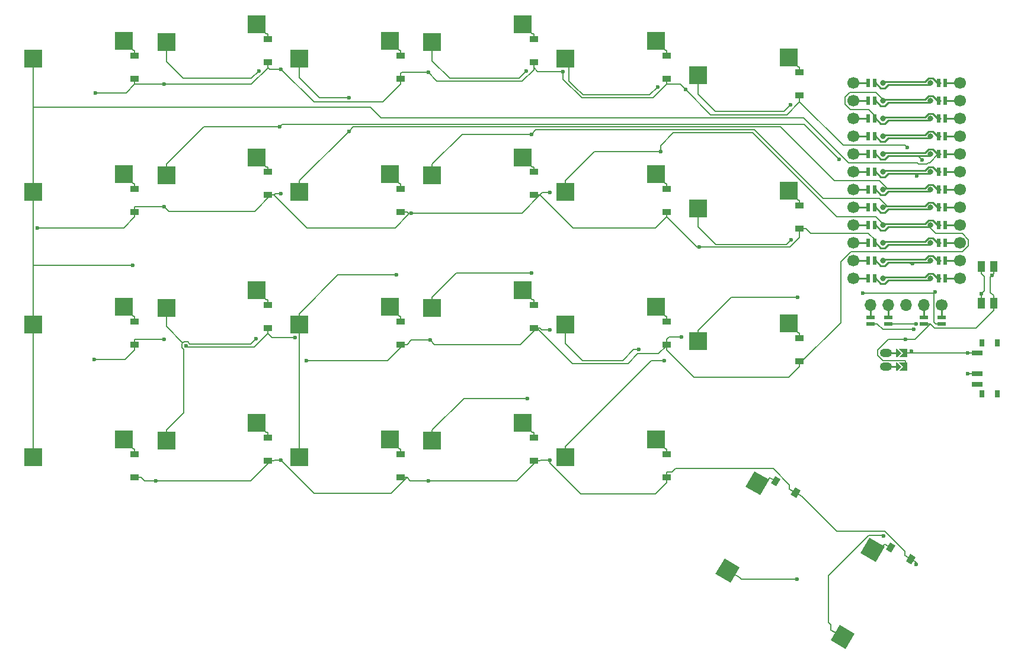
<source format=gbl>
G04 #@! TF.GenerationSoftware,KiCad,Pcbnew,8.0.8+1*
G04 #@! TF.CreationDate,2025-06-17T15:50:15+00:00*
G04 #@! TF.ProjectId,eggada50_wireless_autorouted,65676761-6461-4353-905f-776972656c65,0.2*
G04 #@! TF.SameCoordinates,Original*
G04 #@! TF.FileFunction,Copper,L2,Bot*
G04 #@! TF.FilePolarity,Positive*
%FSLAX46Y46*%
G04 Gerber Fmt 4.6, Leading zero omitted, Abs format (unit mm)*
G04 Created by KiCad (PCBNEW 8.0.8+1) date 2025-06-17 15:50:15*
%MOMM*%
%LPD*%
G01*
G04 APERTURE LIST*
G04 #@! TA.AperFunction,ComponentPad*
%ADD10O,1.700000X1.700000*%
G04 #@! TD*
G04 #@! TA.AperFunction,ComponentPad*
%ADD11C,1.700000*%
G04 #@! TD*
G04 #@! TA.AperFunction,SMDPad,CuDef*
%ADD12R,1.200000X0.600000*%
G04 #@! TD*
G04 #@! TA.AperFunction,SMDPad,CuDef*
%ADD13R,0.800000X1.000000*%
G04 #@! TD*
G04 #@! TA.AperFunction,SMDPad,CuDef*
%ADD14R,1.500000X0.700000*%
G04 #@! TD*
G04 #@! TA.AperFunction,SMDPad,CuDef*
%ADD15R,0.600000X1.200000*%
G04 #@! TD*
G04 #@! TA.AperFunction,ComponentPad*
%ADD16C,0.800000*%
G04 #@! TD*
G04 #@! TA.AperFunction,ComponentPad*
%ADD17O,1.750000X1.200000*%
G04 #@! TD*
G04 #@! TA.AperFunction,SMDPad,CuDef*
%ADD18R,1.000000X1.550000*%
G04 #@! TD*
G04 #@! TA.AperFunction,SMDPad,CuDef*
%ADD19R,1.200000X0.900000*%
G04 #@! TD*
G04 #@! TA.AperFunction,SMDPad,CuDef*
%ADD20R,2.550000X2.500000*%
G04 #@! TD*
G04 #@! TA.AperFunction,ViaPad*
%ADD21C,0.600000*%
G04 #@! TD*
G04 #@! TA.AperFunction,Conductor*
%ADD22C,0.250000*%
G04 #@! TD*
G04 #@! TA.AperFunction,Conductor*
%ADD23C,0.200000*%
G04 #@! TD*
G04 APERTURE END LIST*
D10*
X212567000Y-75700000D03*
X215107000Y-75700000D03*
X217647000Y-75700000D03*
X220187000Y-75700000D03*
D11*
X222727000Y-75700000D03*
D12*
X222727000Y-78350000D03*
X220187000Y-78350000D03*
X215107000Y-78350000D03*
X212567000Y-78350000D03*
X222727000Y-77450000D03*
X220187000Y-77450000D03*
X215107000Y-77450000D03*
X212567000Y-77450000D03*
D13*
X228415000Y-81100000D03*
X228415000Y-88400000D03*
X230625000Y-81100000D03*
X230625000Y-88400000D03*
D14*
X227765000Y-82500000D03*
X227765000Y-85500000D03*
X227765000Y-87000000D03*
D15*
X223184000Y-43920000D03*
D11*
X225324000Y-43920000D03*
D15*
X223184000Y-46460000D03*
D11*
X225324000Y-46460000D03*
D15*
X223184000Y-49000000D03*
D11*
X225324000Y-49000000D03*
D15*
X223184000Y-51540000D03*
D11*
X225324000Y-51540000D03*
D15*
X223184000Y-54080000D03*
D11*
X225324000Y-54080000D03*
D15*
X223184000Y-56620000D03*
D11*
X225324000Y-56620000D03*
D15*
X223184000Y-59160000D03*
D11*
X225324000Y-59160000D03*
D15*
X223184000Y-61700000D03*
D11*
X225324000Y-61700000D03*
D15*
X223184000Y-64240000D03*
D11*
X225324000Y-64240000D03*
D15*
X223184000Y-66780000D03*
D11*
X225324000Y-66780000D03*
D15*
X223184000Y-69320000D03*
D11*
X225324000Y-69320000D03*
D15*
X223184000Y-71860000D03*
D11*
X225324000Y-71860000D03*
X210084000Y-71860000D03*
D15*
X212224000Y-71860000D03*
D11*
X210084000Y-69320000D03*
D15*
X212224000Y-69320000D03*
D11*
X210084000Y-66780000D03*
D15*
X212224000Y-66780000D03*
D11*
X210084000Y-64240000D03*
D15*
X212224000Y-64240000D03*
D11*
X210084000Y-61700000D03*
D15*
X212224000Y-61700000D03*
D11*
X210084000Y-59160000D03*
D15*
X212224000Y-59160000D03*
D11*
X210084000Y-56620000D03*
D15*
X212224000Y-56620000D03*
D11*
X210084000Y-54080000D03*
D15*
X212224000Y-54080000D03*
D11*
X210084000Y-51540000D03*
D15*
X212224000Y-51540000D03*
D11*
X210084000Y-49000000D03*
D15*
X212224000Y-49000000D03*
D11*
X210084000Y-46460000D03*
D15*
X212224000Y-46460000D03*
D11*
X210084000Y-43920000D03*
D15*
X212224000Y-43920000D03*
X213124000Y-43920000D03*
D16*
X221104000Y-43920000D03*
D15*
X213124000Y-46460000D03*
D16*
X221104000Y-46460000D03*
D15*
X213124000Y-49000000D03*
D16*
X221104000Y-49000000D03*
D15*
X213124000Y-51540000D03*
D16*
X221104000Y-51540000D03*
D15*
X213124000Y-54080000D03*
D16*
X221104000Y-54080000D03*
D15*
X213124000Y-56620000D03*
D16*
X221104000Y-56620000D03*
D15*
X213124000Y-59160000D03*
D16*
X221104000Y-59160000D03*
D15*
X213124000Y-61700000D03*
D16*
X221104000Y-61700000D03*
D15*
X213124000Y-64240000D03*
D16*
X221104000Y-64240000D03*
D15*
X213124000Y-66780000D03*
D16*
X221104000Y-66780000D03*
D15*
X213124000Y-69320000D03*
D16*
X221104000Y-69320000D03*
D15*
X213124000Y-71860000D03*
D16*
X221104000Y-71860000D03*
X214304000Y-71860000D03*
D15*
X222284000Y-71860000D03*
D16*
X214304000Y-69320000D03*
D15*
X222284000Y-69320000D03*
D16*
X214304000Y-66780000D03*
D15*
X222284000Y-66780000D03*
D16*
X214304000Y-64240000D03*
D15*
X222284000Y-64240000D03*
D16*
X214304000Y-61700000D03*
D15*
X222284000Y-61700000D03*
D16*
X214304000Y-59160000D03*
D15*
X222284000Y-59160000D03*
D16*
X214304000Y-56620000D03*
D15*
X222284000Y-56620000D03*
D16*
X214304000Y-54080000D03*
D15*
X222284000Y-54080000D03*
D16*
X214304000Y-51540000D03*
D15*
X222284000Y-51540000D03*
D16*
X214304000Y-49000000D03*
D15*
X222284000Y-49000000D03*
D16*
X214304000Y-46460000D03*
D15*
X222284000Y-46460000D03*
D16*
X214304000Y-43920000D03*
D15*
X222284000Y-43920000D03*
G04 #@! TA.AperFunction,SMDPad,CuDef*
G36*
X216566000Y-83100000D02*
G01*
X217166000Y-82500000D01*
X216566000Y-81900000D01*
X217816000Y-81900000D01*
X217816000Y-83100000D01*
X216566000Y-83100000D01*
G37*
G04 #@! TD.AperFunction*
G04 #@! TA.AperFunction,SMDPad,CuDef*
G36*
X216566000Y-85100000D02*
G01*
X217166000Y-84500000D01*
X216566000Y-83900000D01*
X217816000Y-83900000D01*
X217816000Y-85100000D01*
X216566000Y-85100000D01*
G37*
G04 #@! TD.AperFunction*
D17*
X214750000Y-84500000D03*
X214750000Y-82500000D03*
G04 #@! TA.AperFunction,SMDPad,CuDef*
G36*
X216350000Y-85100000D02*
G01*
X216150000Y-85100000D01*
X216150000Y-83900000D01*
X216350000Y-83900000D01*
X216950000Y-84500000D01*
X216350000Y-85100000D01*
G37*
G04 #@! TD.AperFunction*
G04 #@! TA.AperFunction,SMDPad,CuDef*
G36*
X216350000Y-83100000D02*
G01*
X216150000Y-83100000D01*
X216150000Y-81900000D01*
X216350000Y-81900000D01*
X216950000Y-82500000D01*
X216350000Y-83100000D01*
G37*
G04 #@! TD.AperFunction*
D18*
X230100000Y-70125000D03*
X228400000Y-70125000D03*
X230100000Y-75375000D03*
X228400000Y-75375000D03*
D19*
X145400000Y-43325000D03*
X145400000Y-40025000D03*
D20*
X187915000Y-42835000D03*
X200842000Y-40295000D03*
D19*
X202400000Y-83700000D03*
X202400000Y-80400000D03*
D20*
X187915000Y-61835000D03*
X200842000Y-59295000D03*
G04 #@! TA.AperFunction,SMDPad,CuDef*
G36*
X202521153Y-102199285D02*
G01*
X201921153Y-103238515D01*
X201141731Y-102788515D01*
X201741731Y-101749285D01*
X202521153Y-102199285D01*
G37*
G04 #@! TD.AperFunction*
G04 #@! TA.AperFunction,SMDPad,CuDef*
G36*
X199663269Y-100549285D02*
G01*
X199063269Y-101588515D01*
X198283847Y-101138515D01*
X198883847Y-100099285D01*
X199663269Y-100549285D01*
G37*
G04 #@! TD.AperFunction*
D19*
X145400000Y-100325000D03*
X145400000Y-97025000D03*
X107400000Y-62325000D03*
X107400000Y-59025000D03*
D20*
X130915000Y-97460000D03*
X143842000Y-94920000D03*
X168915000Y-97460000D03*
X181842000Y-94920000D03*
X111915000Y-57085000D03*
X124842000Y-54545000D03*
D19*
X183400000Y-43325000D03*
X183400000Y-40025000D03*
D20*
X130915000Y-78460000D03*
X143842000Y-75920000D03*
X111915000Y-95085000D03*
X124842000Y-92545000D03*
X92915000Y-40460000D03*
X105842000Y-37920000D03*
X92915000Y-97460000D03*
X105842000Y-94920000D03*
D19*
X183400000Y-100325000D03*
X183400000Y-97025000D03*
D20*
X149915000Y-76085000D03*
X162842000Y-73545000D03*
X149915000Y-95085000D03*
X162842000Y-92545000D03*
D19*
X126400000Y-78950000D03*
X126400000Y-75650000D03*
D20*
X92915000Y-59460000D03*
X105842000Y-56920000D03*
D19*
X145400000Y-81325000D03*
X145400000Y-78025000D03*
D20*
X149915000Y-57085000D03*
X162842000Y-54545000D03*
D19*
X164400000Y-59950000D03*
X164400000Y-56650000D03*
X126400000Y-97950000D03*
X126400000Y-94650000D03*
X202400000Y-64700000D03*
X202400000Y-61400000D03*
G04 #@! TA.AperFunction,SMDPad,CuDef*
G36*
X209007327Y-124834972D02*
G01*
X206842263Y-123584972D01*
X208117263Y-121376608D01*
X210282327Y-122626608D01*
X209007327Y-124834972D01*
G37*
G04 #@! TD.AperFunction*
G04 #@! TA.AperFunction,SMDPad,CuDef*
G36*
X213271123Y-112369862D02*
G01*
X211106059Y-111119862D01*
X212381059Y-108911498D01*
X214546123Y-110161498D01*
X213271123Y-112369862D01*
G37*
G04 #@! TD.AperFunction*
D20*
X130915000Y-40460000D03*
X143842000Y-37920000D03*
X187915000Y-80835000D03*
X200842000Y-78295000D03*
D19*
X126400000Y-59950000D03*
X126400000Y-56650000D03*
D20*
X149915000Y-38085000D03*
X162842000Y-35545000D03*
X168915000Y-40460000D03*
X181842000Y-37920000D03*
G04 #@! TA.AperFunction,SMDPad,CuDef*
G36*
X192552827Y-115334972D02*
G01*
X190387763Y-114084972D01*
X191662763Y-111876608D01*
X193827827Y-113126608D01*
X192552827Y-115334972D01*
G37*
G04 #@! TD.AperFunction*
G04 #@! TA.AperFunction,SMDPad,CuDef*
G36*
X196816623Y-102869862D02*
G01*
X194651559Y-101619862D01*
X195926559Y-99411498D01*
X198091623Y-100661498D01*
X196816623Y-102869862D01*
G37*
G04 #@! TD.AperFunction*
D19*
X164400000Y-40950000D03*
X164400000Y-37650000D03*
D20*
X111915000Y-38085000D03*
X124842000Y-35545000D03*
D19*
X183400000Y-81325000D03*
X183400000Y-78025000D03*
X202400000Y-45700000D03*
X202400000Y-42400000D03*
D20*
X92915000Y-78460000D03*
X105842000Y-75920000D03*
D19*
X145400000Y-62325000D03*
X145400000Y-59025000D03*
D20*
X168915000Y-59460000D03*
X181842000Y-56920000D03*
D19*
X126400000Y-40950000D03*
X126400000Y-37650000D03*
D20*
X168915000Y-78460000D03*
X181842000Y-75920000D03*
D19*
X107400000Y-43325000D03*
X107400000Y-40025000D03*
D20*
X111915000Y-76085000D03*
X124842000Y-73545000D03*
X130915000Y-59460000D03*
X143842000Y-56920000D03*
D19*
X107400000Y-100325000D03*
X107400000Y-97025000D03*
X183400000Y-62325000D03*
X183400000Y-59025000D03*
X107400000Y-81325000D03*
X107400000Y-78025000D03*
X164400000Y-97950000D03*
X164400000Y-94650000D03*
X164400000Y-78950000D03*
X164400000Y-75650000D03*
G04 #@! TA.AperFunction,SMDPad,CuDef*
G36*
X218975653Y-111699285D02*
G01*
X218375653Y-112738515D01*
X217596231Y-112288515D01*
X218196231Y-111249285D01*
X218975653Y-111699285D01*
G37*
G04 #@! TD.AperFunction*
G04 #@! TA.AperFunction,SMDPad,CuDef*
G36*
X216117769Y-110049285D02*
G01*
X215517769Y-111088515D01*
X214738347Y-110638515D01*
X215338347Y-109599285D01*
X216117769Y-110049285D01*
G37*
G04 #@! TD.AperFunction*
D21*
X107085000Y-69987800D03*
X217566000Y-80562500D03*
X229875900Y-71425800D03*
X124757200Y-80479500D03*
X208032100Y-54827200D03*
X128091500Y-50163900D03*
X125123600Y-42187600D03*
X144778800Y-71372700D03*
X138009300Y-50814000D03*
X138009300Y-46008300D03*
X164085000Y-71098000D03*
X163358000Y-42200000D03*
X163542600Y-89033700D03*
X164085000Y-51234300D03*
X179405100Y-82038300D03*
X182535000Y-53711700D03*
X182150800Y-44480900D03*
X183085000Y-83630100D03*
X202085000Y-74555600D03*
X201202300Y-66312300D03*
X201080900Y-47082800D03*
X202027100Y-114880600D03*
X214406200Y-108650800D03*
X110429300Y-100807700D03*
X219084100Y-112751000D03*
X166712500Y-97864200D03*
X128320000Y-97864200D03*
X149327900Y-100807700D03*
X101644300Y-83454000D03*
X149600000Y-80692500D03*
X111600000Y-80573300D03*
X130346800Y-80292500D03*
X166712500Y-79220700D03*
X114710200Y-81504500D03*
X131942900Y-83627300D03*
X185500000Y-80203200D03*
X93493600Y-64621800D03*
X146915900Y-62542200D03*
X166712500Y-59598700D03*
X111600000Y-61573300D03*
X188064900Y-67360000D03*
X128320000Y-59702700D03*
X218502500Y-69755600D03*
X186138800Y-44881200D03*
X217807100Y-53174400D03*
X168600000Y-42272200D03*
X149327900Y-42404700D03*
X101777700Y-45321300D03*
X111600000Y-44076700D03*
X128320000Y-41937700D03*
X226447500Y-85500000D03*
X228400000Y-74076200D03*
X219907700Y-54920400D03*
X218701700Y-79150000D03*
X219062500Y-78350000D03*
X219104300Y-57210100D03*
X211415300Y-74001300D03*
X221760300Y-73804800D03*
X226425800Y-82500000D03*
X218338100Y-82279600D03*
D22*
X222206500Y-54080000D02*
X222129000Y-54080000D01*
X220804000Y-53355000D02*
X220299000Y-53860000D01*
D23*
X92915000Y-69987800D02*
X92915000Y-76908300D01*
X141082300Y-47418900D02*
X92915000Y-47418900D01*
X92915000Y-59460000D02*
X92915000Y-47418900D01*
X219370000Y-55532300D02*
X219187700Y-55350000D01*
X214524000Y-53860000D02*
X214304000Y-54080000D01*
X92915000Y-61011700D02*
X92891900Y-61034800D01*
X142603400Y-48940000D02*
X141082300Y-47418900D01*
X92915000Y-78460000D02*
X92915000Y-97460000D01*
X92891900Y-69964700D02*
X92915000Y-69987800D01*
X92891900Y-61034800D02*
X92891900Y-69964700D01*
X220966100Y-55320400D02*
X220767100Y-55320400D01*
X92915000Y-47418900D02*
X92915000Y-40460000D01*
X202995800Y-48940000D02*
X142603400Y-48940000D01*
D22*
X222479000Y-54080000D02*
X222284000Y-54080000D01*
X222284000Y-54080000D02*
X222206500Y-54080000D01*
X222129000Y-54080000D02*
X221404000Y-53355000D01*
X220299000Y-53860000D02*
X214524000Y-53860000D01*
X221404000Y-53355000D02*
X220804000Y-53355000D01*
D23*
X92915000Y-78460000D02*
X92915000Y-76908300D01*
X220555200Y-55532300D02*
X219370000Y-55532300D01*
X219187700Y-55350000D02*
X209405800Y-55350000D01*
X220767100Y-55320400D02*
X220555200Y-55532300D01*
X92915000Y-69987800D02*
X107085000Y-69987800D01*
X222206500Y-54080000D02*
X220966100Y-55320400D01*
X209405800Y-55350000D02*
X202995800Y-48940000D01*
X92915000Y-59460000D02*
X92915000Y-61011700D01*
X107195300Y-96273300D02*
X105842000Y-94920000D01*
X107400000Y-96273300D02*
X107195300Y-96273300D01*
X107400000Y-97025000D02*
X107400000Y-96273300D01*
X213260400Y-45266600D02*
X214304000Y-46310200D01*
D22*
X214004000Y-49725000D02*
X214604000Y-49725000D01*
D23*
X213515800Y-82136500D02*
X213515800Y-82832600D01*
X230100000Y-74298300D02*
X229644400Y-73842700D01*
X208887800Y-46926200D02*
X208887800Y-45957100D01*
X213515800Y-82832600D02*
X214281500Y-83598300D01*
X220187000Y-78350000D02*
X221088700Y-78350000D01*
X217566000Y-84500000D02*
X217566000Y-83598300D01*
D22*
X221404000Y-45735000D02*
X220804000Y-45735000D01*
D23*
X229644400Y-73842700D02*
X229644400Y-71657300D01*
D22*
X213124000Y-49000000D02*
X213279000Y-49000000D01*
D23*
X221710000Y-78971300D02*
X227580400Y-78971300D01*
X229644400Y-71657300D02*
X229875900Y-71425800D01*
X214281500Y-83598300D02*
X217566000Y-83598300D01*
X215089800Y-80562500D02*
X213515800Y-82136500D01*
D22*
X212929000Y-51540000D02*
X213124000Y-51540000D01*
X213124000Y-51540000D02*
X213279000Y-51540000D01*
X215099000Y-49230000D02*
X220874000Y-49230000D01*
D23*
X230100000Y-71201700D02*
X229875900Y-71425800D01*
X208887800Y-45957100D02*
X209578300Y-45266600D01*
X230100000Y-74937500D02*
X230100000Y-74298300D01*
X212304000Y-47730000D02*
X209691600Y-47730000D01*
X221088700Y-78350000D02*
X218876200Y-80562500D01*
D22*
X222479000Y-46460000D02*
X222284000Y-46460000D01*
D23*
X213026500Y-49000000D02*
X213026500Y-48452500D01*
X230100000Y-74937500D02*
X230100000Y-75375000D01*
X227580400Y-78971300D02*
X230100000Y-76451700D01*
X214524000Y-46240000D02*
X214304000Y-46460000D01*
D22*
X213279000Y-51540000D02*
X214004000Y-52265000D01*
D23*
X230100000Y-75375000D02*
X230100000Y-76451700D01*
X220874000Y-51770000D02*
X221104000Y-51540000D01*
D22*
X222284000Y-46460000D02*
X222129000Y-46460000D01*
X212929000Y-49000000D02*
X213026500Y-49000000D01*
X220804000Y-45735000D02*
X220299000Y-46240000D01*
D23*
X220874000Y-49230000D02*
X221104000Y-49000000D01*
D22*
X213279000Y-49000000D02*
X214004000Y-49725000D01*
X214604000Y-49725000D02*
X215099000Y-49230000D01*
D23*
X209578300Y-45266600D02*
X213260400Y-45266600D01*
D22*
X220299000Y-46240000D02*
X214524000Y-46240000D01*
D23*
X218876200Y-80562500D02*
X217566000Y-80562500D01*
X214304000Y-46310200D02*
X214304000Y-46460000D01*
X209691600Y-47730000D02*
X208887800Y-46926200D01*
D22*
X214004000Y-52265000D02*
X214604000Y-52265000D01*
D23*
X221088700Y-78350000D02*
X221710000Y-78971300D01*
D22*
X213026500Y-49000000D02*
X213124000Y-49000000D01*
D23*
X230100000Y-70125000D02*
X230100000Y-71201700D01*
X217566000Y-80562500D02*
X215089800Y-80562500D01*
D22*
X222129000Y-46460000D02*
X221404000Y-45735000D01*
X215099000Y-51770000D02*
X220874000Y-51770000D01*
D23*
X213026500Y-48452500D02*
X212304000Y-47730000D01*
D22*
X214604000Y-52265000D02*
X215099000Y-51770000D01*
D23*
X107400000Y-78025000D02*
X107400000Y-77273300D01*
X107195300Y-77273300D02*
X105842000Y-75920000D01*
X107400000Y-77273300D02*
X107195300Y-77273300D01*
X107400000Y-58273300D02*
X107195300Y-58273300D01*
X107195300Y-58273300D02*
X105842000Y-56920000D01*
X107400000Y-59025000D02*
X107400000Y-58273300D01*
X107195300Y-39273300D02*
X105842000Y-37920000D01*
X107400000Y-39273300D02*
X107195300Y-39273300D01*
X107400000Y-40025000D02*
X107400000Y-39273300D01*
X128451200Y-49804200D02*
X128091500Y-50163900D01*
X203009100Y-49804200D02*
X128451200Y-49804200D01*
X111915000Y-78746400D02*
X114266300Y-81097600D01*
X111915000Y-55533300D02*
X117284400Y-50163900D01*
X124073700Y-43237500D02*
X125123600Y-42187600D01*
X115289200Y-81232600D02*
X114959400Y-80902800D01*
X111915000Y-95085000D02*
X111915000Y-93533300D01*
X114402700Y-91045600D02*
X111915000Y-93533300D01*
X124757200Y-80479500D02*
X124004100Y-81232600D01*
D22*
X222479000Y-56620000D02*
X222284000Y-56620000D01*
X222129000Y-56620000D02*
X221404000Y-55895000D01*
D23*
X114108500Y-81753600D02*
X114402700Y-82047800D01*
X214524000Y-56400000D02*
X214304000Y-56620000D01*
X111915000Y-38085000D02*
X111915000Y-40824200D01*
X114328300Y-43237500D02*
X124073700Y-43237500D01*
D22*
X220299000Y-56400000D02*
X214524000Y-56400000D01*
D23*
X208032100Y-54827200D02*
X203009100Y-49804200D01*
X111915000Y-57085000D02*
X111915000Y-55533300D01*
D22*
X220804000Y-55895000D02*
X220299000Y-56400000D01*
D23*
X114402700Y-82047800D02*
X114402700Y-91045600D01*
X114461100Y-80902800D02*
X114266300Y-81097600D01*
X117284400Y-50163900D02*
X128091500Y-50163900D01*
X114108500Y-81255400D02*
X114108500Y-81753600D01*
X114959400Y-80902800D02*
X114461100Y-80902800D01*
D22*
X222284000Y-56620000D02*
X222129000Y-56620000D01*
D23*
X111915000Y-76085000D02*
X111915000Y-78746400D01*
X111915000Y-40824200D02*
X114328300Y-43237500D01*
X124004100Y-81232600D02*
X115289200Y-81232600D01*
D22*
X221404000Y-55895000D02*
X220804000Y-55895000D01*
D23*
X114266300Y-81097600D02*
X114108500Y-81255400D01*
X126400000Y-93898300D02*
X126195300Y-93898300D01*
X126195300Y-93898300D02*
X124842000Y-92545000D01*
X126400000Y-94650000D02*
X126400000Y-93898300D01*
X126400000Y-75650000D02*
X126400000Y-74898300D01*
X126400000Y-74898300D02*
X126195300Y-74898300D01*
X126195300Y-74898300D02*
X124842000Y-73545000D01*
X126400000Y-56650000D02*
X126400000Y-55898300D01*
X126195300Y-55898300D02*
X124842000Y-54545000D01*
X126400000Y-55898300D02*
X126195300Y-55898300D01*
X126195300Y-36898300D02*
X124842000Y-35545000D01*
X126400000Y-37650000D02*
X126400000Y-36898300D01*
X126400000Y-36898300D02*
X126195300Y-36898300D01*
X199693200Y-50212100D02*
X207371100Y-57890000D01*
X130915000Y-77684100D02*
X130915000Y-78460000D01*
X130948500Y-78493500D02*
X130915000Y-78460000D01*
X133804600Y-46008300D02*
X130915000Y-43118700D01*
D22*
X222129000Y-59160000D02*
X221404000Y-58435000D01*
D23*
X130915000Y-77684100D02*
X130915000Y-76908300D01*
X138009300Y-46008300D02*
X133804600Y-46008300D01*
X130915000Y-97460000D02*
X130915000Y-95908300D01*
D22*
X220804000Y-58435000D02*
X220299000Y-58940000D01*
D23*
X130915000Y-95908300D02*
X130948500Y-95874800D01*
X130915000Y-59460000D02*
X130915000Y-57908300D01*
X138009300Y-50814000D02*
X138611200Y-50212100D01*
X214524000Y-58940000D02*
X214304000Y-59160000D01*
X207371100Y-57890000D02*
X213825800Y-57890000D01*
X213825800Y-57890000D02*
X214875800Y-58940000D01*
D22*
X214875800Y-58940000D02*
X214524000Y-58940000D01*
D23*
X136450600Y-71372700D02*
X144778800Y-71372700D01*
D22*
X220299000Y-58940000D02*
X214875800Y-58940000D01*
D23*
X138009300Y-50814000D02*
X130915000Y-57908300D01*
D22*
X222284000Y-59160000D02*
X222129000Y-59160000D01*
X222479000Y-59160000D02*
X222284000Y-59160000D01*
D23*
X130948500Y-95874800D02*
X130948500Y-78493500D01*
X138611200Y-50212100D02*
X199693200Y-50212100D01*
D22*
X221404000Y-58435000D02*
X220804000Y-58435000D01*
D23*
X130915000Y-76908300D02*
X136450600Y-71372700D01*
X130915000Y-43118700D02*
X130915000Y-40460000D01*
X145195300Y-96273300D02*
X143842000Y-94920000D01*
X145400000Y-97025000D02*
X145400000Y-96273300D01*
X145400000Y-96273300D02*
X145195300Y-96273300D01*
X145195300Y-77273300D02*
X143842000Y-75920000D01*
X145400000Y-77273300D02*
X145195300Y-77273300D01*
X145400000Y-78025000D02*
X145400000Y-77273300D01*
X145195300Y-58273300D02*
X143842000Y-56920000D01*
X145400000Y-59025000D02*
X145400000Y-58273300D01*
X145400000Y-58273300D02*
X145195300Y-58273300D01*
X145195300Y-39273300D02*
X143842000Y-37920000D01*
X145400000Y-40025000D02*
X145400000Y-39273300D01*
X145400000Y-39273300D02*
X145195300Y-39273300D01*
X149915000Y-93533300D02*
X154414600Y-89033700D01*
X213825800Y-60430000D02*
X214875800Y-61480000D01*
X164085000Y-51234300D02*
X164705500Y-50613800D01*
X195953900Y-50613800D02*
X205770100Y-60430000D01*
X205770100Y-60430000D02*
X213825800Y-60430000D01*
X153350300Y-71098000D02*
X149915000Y-74533300D01*
X149915000Y-57085000D02*
X149915000Y-55533300D01*
X149915000Y-55533300D02*
X154214000Y-51234300D01*
D22*
X220299000Y-61480000D02*
X214875800Y-61480000D01*
X222129000Y-61700000D02*
X221404000Y-60975000D01*
D23*
X164085000Y-71098000D02*
X153350300Y-71098000D01*
X149915000Y-40753300D02*
X152429700Y-43268000D01*
D22*
X222479000Y-61700000D02*
X222284000Y-61700000D01*
D23*
X214524000Y-61480000D02*
X214304000Y-61700000D01*
X162290000Y-43268000D02*
X163358000Y-42200000D01*
D22*
X221404000Y-60975000D02*
X220804000Y-60975000D01*
D23*
X149915000Y-95085000D02*
X149915000Y-93533300D01*
X154414600Y-89033700D02*
X163542600Y-89033700D01*
X149915000Y-38085000D02*
X149915000Y-40753300D01*
X149915000Y-76085000D02*
X149915000Y-74533300D01*
X154214000Y-51234300D02*
X164085000Y-51234300D01*
X152429700Y-43268000D02*
X162290000Y-43268000D01*
D22*
X222284000Y-61700000D02*
X222129000Y-61700000D01*
X220804000Y-60975000D02*
X220299000Y-61480000D01*
D23*
X164705500Y-50613800D02*
X195953900Y-50613800D01*
D22*
X214875800Y-61480000D02*
X214524000Y-61480000D01*
D23*
X164400000Y-93898300D02*
X164195300Y-93898300D01*
X164400000Y-94650000D02*
X164400000Y-93898300D01*
X164195300Y-93898300D02*
X162842000Y-92545000D01*
X164400000Y-75650000D02*
X164400000Y-74898300D01*
X164400000Y-74898300D02*
X164195300Y-74898300D01*
X164195300Y-74898300D02*
X162842000Y-73545000D01*
X164400000Y-56650000D02*
X164400000Y-55898300D01*
X164400000Y-55898300D02*
X164195300Y-55898300D01*
X164195300Y-55898300D02*
X162842000Y-54545000D01*
X164400000Y-36898300D02*
X164195300Y-36898300D01*
X164195300Y-36898300D02*
X162842000Y-35545000D01*
X164400000Y-37650000D02*
X164400000Y-36898300D01*
D22*
X222129000Y-64240000D02*
X221404000Y-63515000D01*
D23*
X171436600Y-45640200D02*
X180991500Y-45640200D01*
X168915000Y-57908300D02*
X173111600Y-53711700D01*
X213260400Y-63046600D02*
X214304000Y-64090200D01*
X170298100Y-44501700D02*
X171436600Y-45640200D01*
X168915000Y-81153700D02*
X168915000Y-78460000D01*
D22*
X222284000Y-64240000D02*
X222129000Y-64240000D01*
D23*
X180991500Y-45640200D02*
X182150800Y-44480900D01*
X214304000Y-64090200D02*
X214304000Y-64240000D01*
X177102600Y-83630100D02*
X171391400Y-83630100D01*
D22*
X220804000Y-63515000D02*
X220299000Y-64020000D01*
D23*
X179405100Y-82038300D02*
X178694400Y-82038300D01*
X184367700Y-51015500D02*
X195686900Y-51015500D01*
X207718000Y-63046600D02*
X213260400Y-63046600D01*
D22*
X220299000Y-64020000D02*
X214524000Y-64020000D01*
D23*
X195686900Y-51015500D02*
X207718000Y-63046600D01*
X182535000Y-53711700D02*
X182535000Y-52848200D01*
X170298000Y-44501700D02*
X170298100Y-44501700D01*
X181193200Y-83630100D02*
X183085000Y-83630100D01*
X169418300Y-40963300D02*
X169418300Y-43622000D01*
X214524000Y-64020000D02*
X214304000Y-64240000D01*
X178694400Y-82038300D02*
X177102600Y-83630100D01*
X173111600Y-53711700D02*
X182535000Y-53711700D01*
D22*
X222479000Y-64240000D02*
X222284000Y-64240000D01*
D23*
X168915000Y-40460000D02*
X169418300Y-40963300D01*
X171391400Y-83630100D02*
X168915000Y-81153700D01*
X168915000Y-95908300D02*
X181193200Y-83630100D01*
X168915000Y-59460000D02*
X168915000Y-57908300D01*
D22*
X221404000Y-63515000D02*
X220804000Y-63515000D01*
D23*
X169418300Y-43622000D02*
X170298000Y-44501700D01*
X182535000Y-52848200D02*
X184367700Y-51015500D01*
X168915000Y-97460000D02*
X168915000Y-95908300D01*
X183400000Y-97025000D02*
X183400000Y-96273300D01*
X183400000Y-96273300D02*
X183195300Y-96273300D01*
X183195300Y-96273300D02*
X181842000Y-94920000D01*
X183400000Y-78025000D02*
X183400000Y-77273300D01*
X183400000Y-77273300D02*
X183195300Y-77273300D01*
X183195300Y-77273300D02*
X181842000Y-75920000D01*
X183195300Y-58273300D02*
X181842000Y-56920000D01*
X183400000Y-59025000D02*
X183400000Y-58273300D01*
X183400000Y-58273300D02*
X183195300Y-58273300D01*
X183400000Y-39273300D02*
X183195300Y-39273300D01*
X183400000Y-40025000D02*
X183400000Y-39273300D01*
X183195300Y-39273300D02*
X181842000Y-37920000D01*
D22*
X221404000Y-66055000D02*
X220804000Y-66055000D01*
D23*
X192107800Y-113605800D02*
X193817500Y-114593000D01*
X190405500Y-66984200D02*
X200530400Y-66984200D01*
D22*
X222479000Y-66780000D02*
X222284000Y-66780000D01*
D23*
X214524000Y-66560000D02*
X214304000Y-66780000D01*
X193817500Y-114593000D02*
X194105100Y-114880600D01*
D22*
X222129000Y-66780000D02*
X221404000Y-66055000D01*
D23*
X194105100Y-114880600D02*
X202027100Y-114880600D01*
X200530400Y-66984200D02*
X201202300Y-66312300D01*
X202085000Y-74555600D02*
X192642700Y-74555600D01*
D22*
X220299000Y-66560000D02*
X214524000Y-66560000D01*
X222284000Y-66780000D02*
X222129000Y-66780000D01*
D23*
X187915000Y-64493700D02*
X190405500Y-66984200D01*
X187915000Y-42835000D02*
X187915000Y-45529800D01*
X190384100Y-47998900D02*
X200164800Y-47998900D01*
X200164800Y-47998900D02*
X201080900Y-47082800D01*
X187915000Y-45529800D02*
X190384100Y-47998900D01*
D22*
X220804000Y-66055000D02*
X220299000Y-66560000D01*
D23*
X192642700Y-74555600D02*
X187915000Y-79283300D01*
X187915000Y-61835000D02*
X187915000Y-64493700D01*
X187915000Y-80835000D02*
X187915000Y-79283300D01*
X202400000Y-79648300D02*
X202195300Y-79648300D01*
X202195300Y-79648300D02*
X200842000Y-78295000D01*
X202400000Y-80400000D02*
X202400000Y-79648300D01*
X202400000Y-61400000D02*
X202400000Y-60648300D01*
X202400000Y-60648300D02*
X202195300Y-60648300D01*
X202195300Y-60648300D02*
X200842000Y-59295000D01*
X202195300Y-41648300D02*
X200842000Y-40295000D01*
X202400000Y-42400000D02*
X202400000Y-41648300D01*
X202400000Y-41648300D02*
X202195300Y-41648300D01*
X198973600Y-100843900D02*
X198113300Y-100347200D01*
X197616600Y-100843900D02*
X196668400Y-100843900D01*
X196668400Y-100843900D02*
X196371600Y-101140700D01*
X198113300Y-100347200D02*
X197616600Y-100843900D01*
D22*
X220299000Y-69100000D02*
X214524000Y-69100000D01*
X222479000Y-69320000D02*
X222284000Y-69320000D01*
D23*
X208562300Y-123105800D02*
X206852600Y-122118600D01*
X214341500Y-108586100D02*
X214406200Y-108650800D01*
D22*
X220804000Y-68595000D02*
X220299000Y-69100000D01*
D23*
X214524000Y-69100000D02*
X214304000Y-69320000D01*
X206528800Y-114313500D02*
X212256200Y-108586100D01*
D22*
X221404000Y-68595000D02*
X220804000Y-68595000D01*
D23*
X206528800Y-121072300D02*
X206528800Y-114313500D01*
X206852600Y-121396100D02*
X206528800Y-121072300D01*
X206852600Y-122118600D02*
X206852600Y-121396100D01*
D22*
X222129000Y-69320000D02*
X221404000Y-68595000D01*
D23*
X212256200Y-108586100D02*
X214341500Y-108586100D01*
D22*
X222284000Y-69320000D02*
X222129000Y-69320000D01*
D23*
X214567800Y-109847200D02*
X214071100Y-110343900D01*
X215428100Y-110343900D02*
X214567800Y-109847200D01*
X213122900Y-110343900D02*
X212826100Y-110640700D01*
X214071100Y-110343900D02*
X213122900Y-110343900D01*
X161993200Y-100807700D02*
X149327900Y-100807700D01*
X200971200Y-101405900D02*
X198623700Y-99058400D01*
X218285900Y-111993900D02*
X217425700Y-111497200D01*
X166712500Y-98265600D02*
X166712500Y-97864200D01*
D22*
X212929000Y-61700000D02*
X213124000Y-61700000D01*
D23*
X107400000Y-100325000D02*
X108301700Y-100325000D01*
D22*
X214604000Y-62425000D02*
X215099000Y-61930000D01*
D23*
X198623700Y-99058400D02*
X184666600Y-99058400D01*
X217425700Y-111497200D02*
X217425700Y-110868200D01*
X171102300Y-102655400D02*
X166712500Y-98265600D01*
X123993200Y-100807700D02*
X110429300Y-100807700D01*
D22*
X213124000Y-61700000D02*
X213279000Y-61700000D01*
D23*
X164850900Y-97950000D02*
X161993200Y-100807700D01*
X164850900Y-97950000D02*
X165301700Y-97950000D01*
X183400000Y-101076700D02*
X181821300Y-102655400D01*
X220874000Y-61930000D02*
X221104000Y-61700000D01*
X207732700Y-108031600D02*
X202691700Y-102990600D01*
X108784400Y-100807700D02*
X108301700Y-100325000D01*
X181821300Y-102655400D02*
X171102300Y-102655400D01*
X219146200Y-112490600D02*
X219085200Y-112551600D01*
X219085200Y-112749900D02*
X219084100Y-112751000D01*
D22*
X213279000Y-61700000D02*
X214004000Y-62425000D01*
D23*
X184666600Y-99058400D02*
X184151700Y-99573300D01*
X149327900Y-100807700D02*
X146784400Y-100807700D01*
X164400000Y-97950000D02*
X164850900Y-97950000D01*
X214655400Y-108049100D02*
X214606600Y-108049100D01*
X214606600Y-108049100D02*
X214589100Y-108031600D01*
X217425700Y-110868200D02*
X215007900Y-108450400D01*
X126850900Y-97950000D02*
X127301700Y-97950000D01*
X201831400Y-102493900D02*
X202691700Y-102990600D01*
X183400000Y-99949100D02*
X183400000Y-100325000D01*
X146301700Y-100325000D02*
X144017900Y-102608800D01*
X200971200Y-101997200D02*
X200971200Y-101405900D01*
X219085200Y-112551600D02*
X219085200Y-112749900D01*
X133064600Y-102608800D02*
X128320000Y-97864200D01*
D22*
X215099000Y-61930000D02*
X220874000Y-61930000D01*
D23*
X128320000Y-97864200D02*
X127387500Y-97864200D01*
X218285900Y-111993900D02*
X219146200Y-112490600D01*
X214589100Y-108031600D02*
X207732700Y-108031600D01*
X215007900Y-108450400D02*
X215007900Y-108401600D01*
X144017900Y-102608800D02*
X133064600Y-102608800D01*
X145400000Y-100325000D02*
X146301700Y-100325000D01*
X146784400Y-100807700D02*
X146301700Y-100325000D01*
X201831400Y-102493900D02*
X200971200Y-101997200D01*
X126850900Y-97950000D02*
X123993200Y-100807700D01*
X127387500Y-97864200D02*
X127301700Y-97950000D01*
X165387500Y-97864200D02*
X165301700Y-97950000D01*
X110429300Y-100807700D02*
X108784400Y-100807700D01*
D22*
X214004000Y-62425000D02*
X214604000Y-62425000D01*
D23*
X183400000Y-100325000D02*
X183400000Y-101076700D01*
X183400000Y-99949100D02*
X183400000Y-99573300D01*
X126400000Y-97950000D02*
X126850900Y-97950000D01*
X166712500Y-97864200D02*
X165387500Y-97864200D01*
X215007900Y-108401600D02*
X214655400Y-108049100D01*
X184151700Y-99573300D02*
X183400000Y-99573300D01*
X208309600Y-78166200D02*
X208309600Y-69452700D01*
D22*
X213279000Y-64240000D02*
X214004000Y-64965000D01*
D23*
X145850900Y-81325000D02*
X143548600Y-83627300D01*
X220874000Y-64470000D02*
X221104000Y-64240000D01*
X162509900Y-81291000D02*
X150198500Y-81291000D01*
X150198500Y-81291000D02*
X149600000Y-80692500D01*
X202400000Y-84075800D02*
X208309600Y-78166200D01*
X107400000Y-80573300D02*
X111600000Y-80573300D01*
X221837400Y-65433400D02*
X220874000Y-64470000D01*
X202400000Y-84451700D02*
X200865900Y-85985800D01*
X169932700Y-84031800D02*
X177889900Y-84031800D01*
X164400000Y-78950000D02*
X164850900Y-78950000D01*
X126990800Y-80292500D02*
X126400000Y-79701700D01*
D22*
X215099000Y-64470000D02*
X220874000Y-64470000D01*
D23*
X183770100Y-80203200D02*
X183400000Y-80573300D01*
X226514300Y-66323000D02*
X225624700Y-65433400D01*
X177889900Y-84031800D02*
X179281700Y-82640000D01*
X182256500Y-82640000D02*
X183400000Y-81496500D01*
X114710200Y-81504500D02*
X114868600Y-81662900D01*
X145400000Y-81325000D02*
X145850900Y-81325000D01*
X179281700Y-82640000D02*
X182256500Y-82640000D01*
X166712500Y-79220700D02*
X165572400Y-79220700D01*
X130346800Y-80292500D02*
X126990800Y-80292500D01*
X124438800Y-81662900D02*
X126400000Y-79701700D01*
X183400000Y-81325000D02*
X183400000Y-80573300D01*
X145850900Y-81325000D02*
X146301700Y-81325000D01*
D22*
X213124000Y-64240000D02*
X213279000Y-64240000D01*
D23*
X164850900Y-78950000D02*
X165301700Y-78950000D01*
X126400000Y-78950000D02*
X126400000Y-79701700D01*
X107400000Y-81325000D02*
X107400000Y-82076700D01*
X183400000Y-81496500D02*
X183400000Y-82076700D01*
X183400000Y-81325000D02*
X183400000Y-81496500D01*
X187309100Y-85985800D02*
X183400000Y-82076700D01*
X106022700Y-83454000D02*
X101644300Y-83454000D01*
X164850900Y-78950000D02*
X169932700Y-84031800D01*
X107400000Y-82076700D02*
X106022700Y-83454000D01*
X209712300Y-68050000D02*
X225695400Y-68050000D01*
X146934200Y-80692500D02*
X149600000Y-80692500D01*
X202400000Y-84075800D02*
X202400000Y-84451700D01*
X225695400Y-68050000D02*
X226514300Y-67231100D01*
X202400000Y-83700000D02*
X202400000Y-84075800D01*
X208309600Y-69452700D02*
X209712300Y-68050000D01*
X225624700Y-65433400D02*
X221837400Y-65433400D01*
X185500000Y-80203200D02*
X183770100Y-80203200D01*
X164850900Y-78950000D02*
X162509900Y-81291000D01*
X146301700Y-81325000D02*
X146934200Y-80692500D01*
X226514300Y-67231100D02*
X226514300Y-66323000D01*
D22*
X214604000Y-64965000D02*
X215099000Y-64470000D01*
D23*
X165572400Y-79220700D02*
X165301700Y-78950000D01*
X114868600Y-81662900D02*
X124438800Y-81662900D01*
D22*
X214004000Y-64965000D02*
X214604000Y-64965000D01*
D23*
X107400000Y-81325000D02*
X107400000Y-80573300D01*
X200865900Y-85985800D02*
X187309100Y-85985800D01*
X143548600Y-83627300D02*
X131942900Y-83627300D01*
D22*
X212929000Y-64240000D02*
X213124000Y-64240000D01*
X213124000Y-66780000D02*
X213201500Y-66780000D01*
D23*
X188090800Y-67385900D02*
X201033800Y-67385900D01*
X201033800Y-67385900D02*
X202400000Y-66019700D01*
X220874000Y-67010000D02*
X221104000Y-66780000D01*
X131971200Y-64619500D02*
X127301700Y-59950000D01*
X187683300Y-67360000D02*
X188064900Y-67360000D01*
D22*
X214004000Y-67505000D02*
X214604000Y-67505000D01*
D23*
X146518900Y-62542200D02*
X146518900Y-62734800D01*
X165301700Y-59950000D02*
X162709500Y-62542200D01*
X170003100Y-64651400D02*
X181825300Y-64651400D01*
X105854900Y-64621800D02*
X93493600Y-64621800D01*
X202400000Y-64700000D02*
X203301700Y-64700000D01*
X166712500Y-59598700D02*
X165653000Y-59598700D01*
X107400000Y-62175000D02*
X107400000Y-62325000D01*
X202400000Y-66019700D02*
X202400000Y-64700000D01*
X183400000Y-62325000D02*
X183400000Y-63076700D01*
X188064900Y-67360000D02*
X188090800Y-67385900D01*
X127549000Y-59702700D02*
X127301700Y-59950000D01*
X181825300Y-64651400D02*
X183400000Y-63076700D01*
X145400000Y-62325000D02*
X146301700Y-62325000D01*
X183400000Y-63076700D02*
X187683300Y-67360000D01*
X212222300Y-65406800D02*
X204008500Y-65406800D01*
X204008500Y-65406800D02*
X203301700Y-64700000D01*
D22*
X215099000Y-67010000D02*
X220874000Y-67010000D01*
D23*
X126850900Y-59950000D02*
X124551800Y-62249100D01*
X107400000Y-62175000D02*
X107400000Y-61573300D01*
X126400000Y-59950000D02*
X126850900Y-59950000D01*
X128320000Y-59702700D02*
X127549000Y-59702700D01*
X162709500Y-62542200D02*
X146915900Y-62542200D01*
D22*
X213279000Y-66780000D02*
X214004000Y-67505000D01*
D23*
X146518900Y-62734800D02*
X144634200Y-64619500D01*
D22*
X212929000Y-66780000D02*
X213124000Y-66780000D01*
D23*
X112275800Y-62249100D02*
X111600000Y-61573300D01*
X165301700Y-59950000D02*
X170003100Y-64651400D01*
X146915900Y-62542200D02*
X146518900Y-62542200D01*
X107400000Y-61573300D02*
X111600000Y-61573300D01*
D22*
X214604000Y-67505000D02*
X215099000Y-67010000D01*
D23*
X164400000Y-59950000D02*
X165301700Y-59950000D01*
X107400000Y-63076700D02*
X105854900Y-64621800D01*
X107400000Y-62325000D02*
X107400000Y-63076700D01*
X213201500Y-66386000D02*
X212222300Y-65406800D01*
D22*
X213201500Y-66780000D02*
X213279000Y-66780000D01*
D23*
X126850900Y-59950000D02*
X127301700Y-59950000D01*
X213201500Y-66780000D02*
X213201500Y-66386000D01*
X165653000Y-59598700D02*
X165301700Y-59950000D01*
X146301700Y-62325000D02*
X146518900Y-62542200D01*
X144634200Y-64619500D02*
X131971200Y-64619500D01*
X124551800Y-62249100D02*
X112275800Y-62249100D01*
X107400000Y-43325000D02*
X107400000Y-44076700D01*
X181440600Y-46042000D02*
X183400000Y-44082600D01*
X149327900Y-42404700D02*
X150592900Y-43669700D01*
X185340200Y-44082600D02*
X186138800Y-44881200D01*
X145400000Y-43325000D02*
X145400000Y-44076700D01*
X168600000Y-42272200D02*
X164970500Y-42272200D01*
X150592900Y-43669700D02*
X162739200Y-43669700D01*
X149327900Y-42404700D02*
X145568600Y-42404700D01*
X202400000Y-46614600D02*
X200565500Y-48449100D01*
X183400000Y-43325000D02*
X183400000Y-43700800D01*
D22*
X217986500Y-69550000D02*
X220874000Y-69550000D01*
X213279000Y-69320000D02*
X214004000Y-70045000D01*
D23*
X200565500Y-48449100D02*
X189706700Y-48449100D01*
X142865700Y-46611000D02*
X132993300Y-46611000D01*
D22*
X212929000Y-69320000D02*
X213124000Y-69320000D01*
X213124000Y-69320000D02*
X213279000Y-69320000D01*
D23*
X145400000Y-42949100D02*
X145400000Y-43325000D01*
X220874000Y-69550000D02*
X221104000Y-69320000D01*
X164400000Y-42008900D02*
X164400000Y-41701700D01*
X189706700Y-48449100D02*
X186138800Y-44881200D01*
X217807100Y-53174400D02*
X217442700Y-52810000D01*
X183400000Y-44082600D02*
X185340200Y-44082600D01*
X106155400Y-45321300D02*
X101777700Y-45321300D01*
X202400000Y-45700000D02*
X202400000Y-46451700D01*
X202400000Y-46451700D02*
X202400000Y-46614600D01*
X171270300Y-46042000D02*
X181440600Y-46042000D01*
D22*
X214604000Y-70045000D02*
X215099000Y-69550000D01*
D23*
X126400000Y-40950000D02*
X126400000Y-41701700D01*
X208595400Y-52810000D02*
X202400000Y-46614600D01*
X111600000Y-44076700D02*
X124085400Y-44076700D01*
X145400000Y-42949100D02*
X145400000Y-42573300D01*
X128320000Y-41937700D02*
X126636000Y-41937700D01*
X126400000Y-41762100D02*
X126400000Y-41701700D01*
X145400000Y-44076700D02*
X142865700Y-46611000D01*
X126636000Y-41937700D02*
X126400000Y-41701700D01*
X217986500Y-69550000D02*
X218192100Y-69755600D01*
X164400000Y-40950000D02*
X164400000Y-41701700D01*
X168600000Y-43371700D02*
X171270300Y-46042000D01*
D22*
X214004000Y-70045000D02*
X214604000Y-70045000D01*
D23*
X183400000Y-44082600D02*
X183400000Y-43700800D01*
X107400000Y-44076700D02*
X106155400Y-45321300D01*
X107400000Y-44076700D02*
X111600000Y-44076700D01*
X145568600Y-42404700D02*
X145400000Y-42573300D01*
D22*
X215099000Y-69550000D02*
X217986500Y-69550000D01*
D23*
X168600000Y-42272200D02*
X168600000Y-43371700D01*
X164970500Y-42272200D02*
X164400000Y-41701700D01*
X217442700Y-52810000D02*
X208595400Y-52810000D01*
X132993300Y-46611000D02*
X128320000Y-41937700D01*
X162739200Y-43669700D02*
X164400000Y-42008900D01*
X218192100Y-69755600D02*
X218502500Y-69755600D01*
X124085400Y-44076700D02*
X126400000Y-41762100D01*
X226713300Y-85500000D02*
X226447500Y-85500000D01*
D22*
X222284000Y-43920000D02*
X222129000Y-43920000D01*
X220804000Y-43195000D02*
X220299000Y-43700000D01*
D23*
X227765000Y-85500000D02*
X226713300Y-85500000D01*
X214524000Y-43700000D02*
X214304000Y-43920000D01*
D22*
X221404000Y-43195000D02*
X220804000Y-43195000D01*
X222479000Y-43920000D02*
X222284000Y-43920000D01*
X220299000Y-43700000D02*
X214524000Y-43700000D01*
X222129000Y-43920000D02*
X221404000Y-43195000D01*
D23*
X228400000Y-74836600D02*
X228400000Y-74076200D01*
X228825000Y-71626700D02*
X228400000Y-71201700D01*
D22*
X222284000Y-49000000D02*
X222129000Y-49000000D01*
D23*
X214524000Y-48780000D02*
X214304000Y-49000000D01*
X228825000Y-73651200D02*
X228825000Y-71626700D01*
D22*
X220804000Y-48275000D02*
X220299000Y-48780000D01*
D23*
X228400000Y-74076200D02*
X228825000Y-73651200D01*
D22*
X221404000Y-48275000D02*
X220804000Y-48275000D01*
X222129000Y-49000000D02*
X221404000Y-48275000D01*
D23*
X228400000Y-70125000D02*
X228400000Y-71201700D01*
D22*
X222479000Y-49000000D02*
X222284000Y-49000000D01*
X220299000Y-48780000D02*
X214524000Y-48780000D01*
D23*
X228400000Y-75375000D02*
X228400000Y-74836600D01*
D22*
X221404000Y-50815000D02*
X220804000Y-50815000D01*
X222129000Y-51540000D02*
X221404000Y-50815000D01*
X220299000Y-51320000D02*
X214524000Y-51320000D01*
X220804000Y-50815000D02*
X220299000Y-51320000D01*
X222479000Y-51540000D02*
X222284000Y-51540000D01*
X222284000Y-51540000D02*
X222129000Y-51540000D01*
D23*
X214524000Y-51320000D02*
X214304000Y-51540000D01*
D22*
X221404000Y-71135000D02*
X220804000Y-71135000D01*
X220804000Y-71135000D02*
X220299000Y-71640000D01*
X222129000Y-71860000D02*
X221404000Y-71135000D01*
X220299000Y-71640000D02*
X214524000Y-71640000D01*
D23*
X214524000Y-71640000D02*
X214304000Y-71860000D01*
D22*
X222284000Y-71860000D02*
X222129000Y-71860000D01*
X222479000Y-71860000D02*
X222284000Y-71860000D01*
X213124000Y-43920000D02*
X213279000Y-43920000D01*
D23*
X220874000Y-44150000D02*
X221104000Y-43920000D01*
D22*
X213279000Y-43920000D02*
X214004000Y-44645000D01*
X212929000Y-43920000D02*
X213124000Y-43920000D01*
X214604000Y-44645000D02*
X215099000Y-44150000D01*
X214004000Y-44645000D02*
X214604000Y-44645000D01*
X215099000Y-44150000D02*
X220874000Y-44150000D01*
X213279000Y-46460000D02*
X214004000Y-47185000D01*
X214004000Y-47185000D02*
X214604000Y-47185000D01*
X215099000Y-46690000D02*
X220874000Y-46690000D01*
X212929000Y-46460000D02*
X213124000Y-46460000D01*
X214604000Y-47185000D02*
X215099000Y-46690000D01*
X213124000Y-46460000D02*
X213279000Y-46460000D01*
D23*
X220874000Y-46690000D02*
X221104000Y-46460000D01*
X212567000Y-78350000D02*
X213468700Y-78350000D01*
D22*
X219297300Y-54310000D02*
X220874000Y-54310000D01*
X212929000Y-54080000D02*
X213124000Y-54080000D01*
D23*
X213468700Y-78350000D02*
X214268700Y-79150000D01*
D22*
X215099000Y-54310000D02*
X219297300Y-54310000D01*
D23*
X220874000Y-54310000D02*
X221104000Y-54080000D01*
D22*
X213124000Y-54080000D02*
X213279000Y-54080000D01*
X214604000Y-54805000D02*
X215099000Y-54310000D01*
D23*
X219297300Y-54310000D02*
X219907700Y-54920400D01*
X214268700Y-79150000D02*
X218701700Y-79150000D01*
D22*
X214004000Y-54805000D02*
X214604000Y-54805000D01*
X213279000Y-54080000D02*
X214004000Y-54805000D01*
D23*
X218744200Y-56850000D02*
X219104300Y-57210100D01*
X215107000Y-78350000D02*
X219062500Y-78350000D01*
X220874000Y-56850000D02*
X221104000Y-56620000D01*
D22*
X212929000Y-56620000D02*
X213124000Y-56620000D01*
X213124000Y-56620000D02*
X213279000Y-56620000D01*
X218744200Y-56850000D02*
X220874000Y-56850000D01*
X215099000Y-56850000D02*
X218744200Y-56850000D01*
X214604000Y-57345000D02*
X215099000Y-56850000D01*
X213279000Y-56620000D02*
X214004000Y-57345000D01*
X214004000Y-57345000D02*
X214604000Y-57345000D01*
D23*
X221563800Y-78088500D02*
X221563800Y-74001300D01*
D22*
X213279000Y-59160000D02*
X214004000Y-59885000D01*
D23*
X221563800Y-74001300D02*
X211415300Y-74001300D01*
D22*
X215099000Y-59390000D02*
X220874000Y-59390000D01*
D23*
X222727000Y-78350000D02*
X221825300Y-78350000D01*
D22*
X212929000Y-59160000D02*
X213124000Y-59160000D01*
X214604000Y-59885000D02*
X215099000Y-59390000D01*
D23*
X221825300Y-78350000D02*
X221563800Y-78088500D01*
D22*
X214004000Y-59885000D02*
X214604000Y-59885000D01*
X213124000Y-59160000D02*
X213279000Y-59160000D01*
D23*
X221563800Y-74001300D02*
X221760300Y-73804800D01*
X220874000Y-59390000D02*
X221104000Y-59160000D01*
D22*
X212929000Y-71860000D02*
X213124000Y-71860000D01*
X213124000Y-71860000D02*
X213279000Y-71860000D01*
X214004000Y-72585000D02*
X214604000Y-72585000D01*
D23*
X220874000Y-72090000D02*
X221104000Y-71860000D01*
D22*
X213279000Y-71860000D02*
X214004000Y-72585000D01*
X215099000Y-72090000D02*
X220874000Y-72090000D01*
X214604000Y-72585000D02*
X215099000Y-72090000D01*
D23*
X212204000Y-43920000D02*
X212224000Y-43920000D01*
D22*
X210084000Y-43920000D02*
X212204000Y-43920000D01*
X225324000Y-43920000D02*
X223204000Y-43920000D01*
D23*
X223204000Y-43920000D02*
X223184000Y-43920000D01*
X212204000Y-46460000D02*
X212224000Y-46460000D01*
D22*
X210084000Y-46460000D02*
X212204000Y-46460000D01*
X225324000Y-46460000D02*
X223204000Y-46460000D01*
D23*
X223204000Y-46460000D02*
X223184000Y-46460000D01*
X212204000Y-49000000D02*
X212224000Y-49000000D01*
D22*
X210084000Y-49000000D02*
X212204000Y-49000000D01*
X225324000Y-49000000D02*
X223204000Y-49000000D01*
D23*
X223204000Y-49000000D02*
X223184000Y-49000000D01*
D22*
X210084000Y-51540000D02*
X212204000Y-51540000D01*
D23*
X212204000Y-51540000D02*
X212224000Y-51540000D01*
X223204000Y-51540000D02*
X223184000Y-51540000D01*
D22*
X225324000Y-51540000D02*
X223204000Y-51540000D01*
D23*
X212204000Y-54080000D02*
X212224000Y-54080000D01*
D22*
X210084000Y-54080000D02*
X212204000Y-54080000D01*
D23*
X223204000Y-54080000D02*
X223184000Y-54080000D01*
D22*
X225324000Y-54080000D02*
X223204000Y-54080000D01*
D23*
X212204000Y-56620000D02*
X212224000Y-56620000D01*
D22*
X210084000Y-56620000D02*
X212204000Y-56620000D01*
X225324000Y-56620000D02*
X223204000Y-56620000D01*
D23*
X223204000Y-56620000D02*
X223184000Y-56620000D01*
X212204000Y-59160000D02*
X212224000Y-59160000D01*
D22*
X210084000Y-59160000D02*
X212204000Y-59160000D01*
X225324000Y-59160000D02*
X223204000Y-59160000D01*
D23*
X223204000Y-59160000D02*
X223184000Y-59160000D01*
D22*
X210084000Y-61700000D02*
X212204000Y-61700000D01*
D23*
X212204000Y-61700000D02*
X212224000Y-61700000D01*
D22*
X225324000Y-61700000D02*
X223204000Y-61700000D01*
D23*
X223204000Y-61700000D02*
X223184000Y-61700000D01*
X212204000Y-64240000D02*
X212224000Y-64240000D01*
D22*
X210084000Y-64240000D02*
X212204000Y-64240000D01*
D23*
X223204000Y-64240000D02*
X223184000Y-64240000D01*
D22*
X225324000Y-64240000D02*
X223204000Y-64240000D01*
X210084000Y-66780000D02*
X212204000Y-66780000D01*
D23*
X212204000Y-66780000D02*
X212224000Y-66780000D01*
D22*
X225324000Y-66780000D02*
X223204000Y-66780000D01*
D23*
X223204000Y-66780000D02*
X223184000Y-66780000D01*
X212204000Y-69320000D02*
X212224000Y-69320000D01*
D22*
X210084000Y-69320000D02*
X212204000Y-69320000D01*
D23*
X223204000Y-69320000D02*
X223184000Y-69320000D01*
D22*
X225324000Y-69320000D02*
X223204000Y-69320000D01*
X210084000Y-71860000D02*
X212204000Y-71860000D01*
D23*
X212204000Y-71860000D02*
X212224000Y-71860000D01*
D22*
X225324000Y-71860000D02*
X223204000Y-71860000D01*
D23*
X223204000Y-71860000D02*
X223184000Y-71860000D01*
D22*
X212567000Y-75700000D02*
X212567000Y-77450000D01*
X215107000Y-75700000D02*
X215107000Y-77450000D01*
X220187000Y-75700000D02*
X220187000Y-77450000D01*
X222727000Y-75700000D02*
X222727000Y-77450000D01*
D23*
X218117700Y-82500000D02*
X226425800Y-82500000D01*
X226425800Y-82500000D02*
X227765000Y-82500000D01*
X217566000Y-82500000D02*
X218117700Y-82500000D01*
X218338100Y-82279600D02*
X218117700Y-82500000D01*
D22*
X216550000Y-84500000D02*
X214750000Y-84500000D01*
X216550000Y-82500000D02*
X214750000Y-82500000D01*
M02*

</source>
